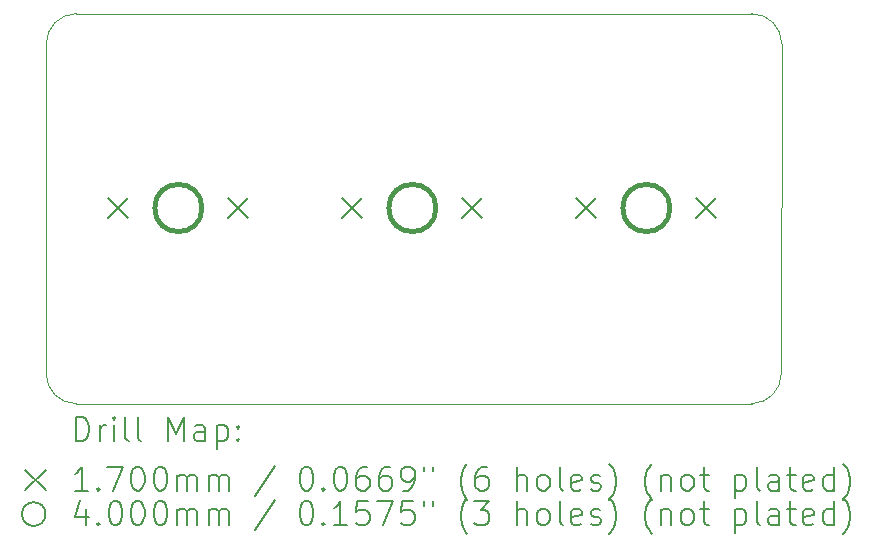
<source format=gbr>
%FSLAX45Y45*%
G04 Gerber Fmt 4.5, Leading zero omitted, Abs format (unit mm)*
G04 Created by KiCad (PCBNEW (6.0.4-0)) date 2022-04-04 21:56:59*
%MOMM*%
%LPD*%
G01*
G04 APERTURE LIST*
%TA.AperFunction,Profile*%
%ADD10C,0.100000*%
%TD*%
%ADD11C,0.200000*%
%ADD12C,0.170000*%
%ADD13C,0.400000*%
G04 APERTURE END LIST*
D10*
X4443400Y-13335000D02*
X4445000Y-10541000D01*
X4697400Y-10287005D02*
G75*
G03*
X4445000Y-10541000I1600J-253995D01*
G01*
X10417200Y-10287000D02*
X4697400Y-10287000D01*
X4443400Y-13335000D02*
G75*
G03*
X4697400Y-13589000I254000J0D01*
G01*
X10671200Y-10541000D02*
G75*
G03*
X10417200Y-10287000I-254000J0D01*
G01*
X10417200Y-13589000D02*
G75*
G03*
X10668000Y-13335000I-3220J254000D01*
G01*
X10417200Y-13589000D02*
X4697400Y-13589000D01*
X10668000Y-13335000D02*
X10671200Y-10541000D01*
D11*
D12*
X4969600Y-11847600D02*
X5139600Y-12017600D01*
X5139600Y-11847600D02*
X4969600Y-12017600D01*
X5985600Y-11847600D02*
X6155600Y-12017600D01*
X6155600Y-11847600D02*
X5985600Y-12017600D01*
X6950800Y-11847600D02*
X7120800Y-12017600D01*
X7120800Y-11847600D02*
X6950800Y-12017600D01*
X7966800Y-11847600D02*
X8136800Y-12017600D01*
X8136800Y-11847600D02*
X7966800Y-12017600D01*
X8932000Y-11847600D02*
X9102000Y-12017600D01*
X9102000Y-11847600D02*
X8932000Y-12017600D01*
X9948000Y-11847600D02*
X10118000Y-12017600D01*
X10118000Y-11847600D02*
X9948000Y-12017600D01*
D13*
X5762600Y-11932600D02*
G75*
G03*
X5762600Y-11932600I-200000J0D01*
G01*
X7743800Y-11932600D02*
G75*
G03*
X7743800Y-11932600I-200000J0D01*
G01*
X9725000Y-11932600D02*
G75*
G03*
X9725000Y-11932600I-200000J0D01*
G01*
D11*
X4696019Y-13904476D02*
X4696019Y-13704476D01*
X4743638Y-13704476D01*
X4772210Y-13714000D01*
X4791257Y-13733048D01*
X4800781Y-13752095D01*
X4810305Y-13790190D01*
X4810305Y-13818762D01*
X4800781Y-13856857D01*
X4791257Y-13875905D01*
X4772210Y-13894952D01*
X4743638Y-13904476D01*
X4696019Y-13904476D01*
X4896019Y-13904476D02*
X4896019Y-13771143D01*
X4896019Y-13809238D02*
X4905543Y-13790190D01*
X4915067Y-13780667D01*
X4934114Y-13771143D01*
X4953162Y-13771143D01*
X5019829Y-13904476D02*
X5019829Y-13771143D01*
X5019829Y-13704476D02*
X5010305Y-13714000D01*
X5019829Y-13723524D01*
X5029352Y-13714000D01*
X5019829Y-13704476D01*
X5019829Y-13723524D01*
X5143638Y-13904476D02*
X5124590Y-13894952D01*
X5115067Y-13875905D01*
X5115067Y-13704476D01*
X5248400Y-13904476D02*
X5229352Y-13894952D01*
X5219829Y-13875905D01*
X5219829Y-13704476D01*
X5476971Y-13904476D02*
X5476971Y-13704476D01*
X5543638Y-13847333D01*
X5610305Y-13704476D01*
X5610305Y-13904476D01*
X5791257Y-13904476D02*
X5791257Y-13799714D01*
X5781733Y-13780667D01*
X5762686Y-13771143D01*
X5724590Y-13771143D01*
X5705543Y-13780667D01*
X5791257Y-13894952D02*
X5772209Y-13904476D01*
X5724590Y-13904476D01*
X5705543Y-13894952D01*
X5696019Y-13875905D01*
X5696019Y-13856857D01*
X5705543Y-13837809D01*
X5724590Y-13828286D01*
X5772209Y-13828286D01*
X5791257Y-13818762D01*
X5886495Y-13771143D02*
X5886495Y-13971143D01*
X5886495Y-13780667D02*
X5905543Y-13771143D01*
X5943638Y-13771143D01*
X5962686Y-13780667D01*
X5972209Y-13790190D01*
X5981733Y-13809238D01*
X5981733Y-13866381D01*
X5972209Y-13885428D01*
X5962686Y-13894952D01*
X5943638Y-13904476D01*
X5905543Y-13904476D01*
X5886495Y-13894952D01*
X6067448Y-13885428D02*
X6076971Y-13894952D01*
X6067448Y-13904476D01*
X6057924Y-13894952D01*
X6067448Y-13885428D01*
X6067448Y-13904476D01*
X6067448Y-13780667D02*
X6076971Y-13790190D01*
X6067448Y-13799714D01*
X6057924Y-13790190D01*
X6067448Y-13780667D01*
X6067448Y-13799714D01*
D12*
X4268400Y-14149000D02*
X4438400Y-14319000D01*
X4438400Y-14149000D02*
X4268400Y-14319000D01*
D11*
X4800781Y-14324476D02*
X4686495Y-14324476D01*
X4743638Y-14324476D02*
X4743638Y-14124476D01*
X4724590Y-14153048D01*
X4705543Y-14172095D01*
X4686495Y-14181619D01*
X4886495Y-14305428D02*
X4896019Y-14314952D01*
X4886495Y-14324476D01*
X4876971Y-14314952D01*
X4886495Y-14305428D01*
X4886495Y-14324476D01*
X4962686Y-14124476D02*
X5096019Y-14124476D01*
X5010305Y-14324476D01*
X5210305Y-14124476D02*
X5229352Y-14124476D01*
X5248400Y-14134000D01*
X5257924Y-14143524D01*
X5267448Y-14162571D01*
X5276971Y-14200667D01*
X5276971Y-14248286D01*
X5267448Y-14286381D01*
X5257924Y-14305428D01*
X5248400Y-14314952D01*
X5229352Y-14324476D01*
X5210305Y-14324476D01*
X5191257Y-14314952D01*
X5181733Y-14305428D01*
X5172210Y-14286381D01*
X5162686Y-14248286D01*
X5162686Y-14200667D01*
X5172210Y-14162571D01*
X5181733Y-14143524D01*
X5191257Y-14134000D01*
X5210305Y-14124476D01*
X5400781Y-14124476D02*
X5419829Y-14124476D01*
X5438876Y-14134000D01*
X5448400Y-14143524D01*
X5457924Y-14162571D01*
X5467448Y-14200667D01*
X5467448Y-14248286D01*
X5457924Y-14286381D01*
X5448400Y-14305428D01*
X5438876Y-14314952D01*
X5419829Y-14324476D01*
X5400781Y-14324476D01*
X5381733Y-14314952D01*
X5372210Y-14305428D01*
X5362686Y-14286381D01*
X5353162Y-14248286D01*
X5353162Y-14200667D01*
X5362686Y-14162571D01*
X5372210Y-14143524D01*
X5381733Y-14134000D01*
X5400781Y-14124476D01*
X5553162Y-14324476D02*
X5553162Y-14191143D01*
X5553162Y-14210190D02*
X5562686Y-14200667D01*
X5581733Y-14191143D01*
X5610305Y-14191143D01*
X5629352Y-14200667D01*
X5638876Y-14219714D01*
X5638876Y-14324476D01*
X5638876Y-14219714D02*
X5648400Y-14200667D01*
X5667448Y-14191143D01*
X5696019Y-14191143D01*
X5715067Y-14200667D01*
X5724590Y-14219714D01*
X5724590Y-14324476D01*
X5819828Y-14324476D02*
X5819828Y-14191143D01*
X5819828Y-14210190D02*
X5829352Y-14200667D01*
X5848400Y-14191143D01*
X5876971Y-14191143D01*
X5896019Y-14200667D01*
X5905543Y-14219714D01*
X5905543Y-14324476D01*
X5905543Y-14219714D02*
X5915067Y-14200667D01*
X5934114Y-14191143D01*
X5962686Y-14191143D01*
X5981733Y-14200667D01*
X5991257Y-14219714D01*
X5991257Y-14324476D01*
X6381733Y-14114952D02*
X6210305Y-14372095D01*
X6638876Y-14124476D02*
X6657924Y-14124476D01*
X6676971Y-14134000D01*
X6686495Y-14143524D01*
X6696019Y-14162571D01*
X6705543Y-14200667D01*
X6705543Y-14248286D01*
X6696019Y-14286381D01*
X6686495Y-14305428D01*
X6676971Y-14314952D01*
X6657924Y-14324476D01*
X6638876Y-14324476D01*
X6619828Y-14314952D01*
X6610305Y-14305428D01*
X6600781Y-14286381D01*
X6591257Y-14248286D01*
X6591257Y-14200667D01*
X6600781Y-14162571D01*
X6610305Y-14143524D01*
X6619828Y-14134000D01*
X6638876Y-14124476D01*
X6791257Y-14305428D02*
X6800781Y-14314952D01*
X6791257Y-14324476D01*
X6781733Y-14314952D01*
X6791257Y-14305428D01*
X6791257Y-14324476D01*
X6924590Y-14124476D02*
X6943638Y-14124476D01*
X6962686Y-14134000D01*
X6972209Y-14143524D01*
X6981733Y-14162571D01*
X6991257Y-14200667D01*
X6991257Y-14248286D01*
X6981733Y-14286381D01*
X6972209Y-14305428D01*
X6962686Y-14314952D01*
X6943638Y-14324476D01*
X6924590Y-14324476D01*
X6905543Y-14314952D01*
X6896019Y-14305428D01*
X6886495Y-14286381D01*
X6876971Y-14248286D01*
X6876971Y-14200667D01*
X6886495Y-14162571D01*
X6896019Y-14143524D01*
X6905543Y-14134000D01*
X6924590Y-14124476D01*
X7162686Y-14124476D02*
X7124590Y-14124476D01*
X7105543Y-14134000D01*
X7096019Y-14143524D01*
X7076971Y-14172095D01*
X7067448Y-14210190D01*
X7067448Y-14286381D01*
X7076971Y-14305428D01*
X7086495Y-14314952D01*
X7105543Y-14324476D01*
X7143638Y-14324476D01*
X7162686Y-14314952D01*
X7172209Y-14305428D01*
X7181733Y-14286381D01*
X7181733Y-14238762D01*
X7172209Y-14219714D01*
X7162686Y-14210190D01*
X7143638Y-14200667D01*
X7105543Y-14200667D01*
X7086495Y-14210190D01*
X7076971Y-14219714D01*
X7067448Y-14238762D01*
X7353162Y-14124476D02*
X7315067Y-14124476D01*
X7296019Y-14134000D01*
X7286495Y-14143524D01*
X7267448Y-14172095D01*
X7257924Y-14210190D01*
X7257924Y-14286381D01*
X7267448Y-14305428D01*
X7276971Y-14314952D01*
X7296019Y-14324476D01*
X7334114Y-14324476D01*
X7353162Y-14314952D01*
X7362686Y-14305428D01*
X7372209Y-14286381D01*
X7372209Y-14238762D01*
X7362686Y-14219714D01*
X7353162Y-14210190D01*
X7334114Y-14200667D01*
X7296019Y-14200667D01*
X7276971Y-14210190D01*
X7267448Y-14219714D01*
X7257924Y-14238762D01*
X7467448Y-14324476D02*
X7505543Y-14324476D01*
X7524590Y-14314952D01*
X7534114Y-14305428D01*
X7553162Y-14276857D01*
X7562686Y-14238762D01*
X7562686Y-14162571D01*
X7553162Y-14143524D01*
X7543638Y-14134000D01*
X7524590Y-14124476D01*
X7486495Y-14124476D01*
X7467448Y-14134000D01*
X7457924Y-14143524D01*
X7448400Y-14162571D01*
X7448400Y-14210190D01*
X7457924Y-14229238D01*
X7467448Y-14238762D01*
X7486495Y-14248286D01*
X7524590Y-14248286D01*
X7543638Y-14238762D01*
X7553162Y-14229238D01*
X7562686Y-14210190D01*
X7638876Y-14124476D02*
X7638876Y-14162571D01*
X7715067Y-14124476D02*
X7715067Y-14162571D01*
X8010305Y-14400667D02*
X8000781Y-14391143D01*
X7981733Y-14362571D01*
X7972209Y-14343524D01*
X7962686Y-14314952D01*
X7953162Y-14267333D01*
X7953162Y-14229238D01*
X7962686Y-14181619D01*
X7972209Y-14153048D01*
X7981733Y-14134000D01*
X8000781Y-14105428D01*
X8010305Y-14095905D01*
X8172209Y-14124476D02*
X8134114Y-14124476D01*
X8115067Y-14134000D01*
X8105543Y-14143524D01*
X8086495Y-14172095D01*
X8076971Y-14210190D01*
X8076971Y-14286381D01*
X8086495Y-14305428D01*
X8096019Y-14314952D01*
X8115067Y-14324476D01*
X8153162Y-14324476D01*
X8172209Y-14314952D01*
X8181733Y-14305428D01*
X8191257Y-14286381D01*
X8191257Y-14238762D01*
X8181733Y-14219714D01*
X8172209Y-14210190D01*
X8153162Y-14200667D01*
X8115067Y-14200667D01*
X8096019Y-14210190D01*
X8086495Y-14219714D01*
X8076971Y-14238762D01*
X8429352Y-14324476D02*
X8429352Y-14124476D01*
X8515067Y-14324476D02*
X8515067Y-14219714D01*
X8505543Y-14200667D01*
X8486495Y-14191143D01*
X8457924Y-14191143D01*
X8438876Y-14200667D01*
X8429352Y-14210190D01*
X8638876Y-14324476D02*
X8619829Y-14314952D01*
X8610305Y-14305428D01*
X8600781Y-14286381D01*
X8600781Y-14229238D01*
X8610305Y-14210190D01*
X8619829Y-14200667D01*
X8638876Y-14191143D01*
X8667448Y-14191143D01*
X8686495Y-14200667D01*
X8696019Y-14210190D01*
X8705543Y-14229238D01*
X8705543Y-14286381D01*
X8696019Y-14305428D01*
X8686495Y-14314952D01*
X8667448Y-14324476D01*
X8638876Y-14324476D01*
X8819829Y-14324476D02*
X8800781Y-14314952D01*
X8791257Y-14295905D01*
X8791257Y-14124476D01*
X8972210Y-14314952D02*
X8953162Y-14324476D01*
X8915067Y-14324476D01*
X8896019Y-14314952D01*
X8886495Y-14295905D01*
X8886495Y-14219714D01*
X8896019Y-14200667D01*
X8915067Y-14191143D01*
X8953162Y-14191143D01*
X8972210Y-14200667D01*
X8981733Y-14219714D01*
X8981733Y-14238762D01*
X8886495Y-14257809D01*
X9057924Y-14314952D02*
X9076971Y-14324476D01*
X9115067Y-14324476D01*
X9134114Y-14314952D01*
X9143638Y-14295905D01*
X9143638Y-14286381D01*
X9134114Y-14267333D01*
X9115067Y-14257809D01*
X9086495Y-14257809D01*
X9067448Y-14248286D01*
X9057924Y-14229238D01*
X9057924Y-14219714D01*
X9067448Y-14200667D01*
X9086495Y-14191143D01*
X9115067Y-14191143D01*
X9134114Y-14200667D01*
X9210305Y-14400667D02*
X9219829Y-14391143D01*
X9238876Y-14362571D01*
X9248400Y-14343524D01*
X9257924Y-14314952D01*
X9267448Y-14267333D01*
X9267448Y-14229238D01*
X9257924Y-14181619D01*
X9248400Y-14153048D01*
X9238876Y-14134000D01*
X9219829Y-14105428D01*
X9210305Y-14095905D01*
X9572210Y-14400667D02*
X9562686Y-14391143D01*
X9543638Y-14362571D01*
X9534114Y-14343524D01*
X9524590Y-14314952D01*
X9515067Y-14267333D01*
X9515067Y-14229238D01*
X9524590Y-14181619D01*
X9534114Y-14153048D01*
X9543638Y-14134000D01*
X9562686Y-14105428D01*
X9572210Y-14095905D01*
X9648400Y-14191143D02*
X9648400Y-14324476D01*
X9648400Y-14210190D02*
X9657924Y-14200667D01*
X9676971Y-14191143D01*
X9705543Y-14191143D01*
X9724590Y-14200667D01*
X9734114Y-14219714D01*
X9734114Y-14324476D01*
X9857924Y-14324476D02*
X9838876Y-14314952D01*
X9829352Y-14305428D01*
X9819829Y-14286381D01*
X9819829Y-14229238D01*
X9829352Y-14210190D01*
X9838876Y-14200667D01*
X9857924Y-14191143D01*
X9886495Y-14191143D01*
X9905543Y-14200667D01*
X9915067Y-14210190D01*
X9924590Y-14229238D01*
X9924590Y-14286381D01*
X9915067Y-14305428D01*
X9905543Y-14314952D01*
X9886495Y-14324476D01*
X9857924Y-14324476D01*
X9981733Y-14191143D02*
X10057924Y-14191143D01*
X10010305Y-14124476D02*
X10010305Y-14295905D01*
X10019829Y-14314952D01*
X10038876Y-14324476D01*
X10057924Y-14324476D01*
X10276971Y-14191143D02*
X10276971Y-14391143D01*
X10276971Y-14200667D02*
X10296019Y-14191143D01*
X10334114Y-14191143D01*
X10353162Y-14200667D01*
X10362686Y-14210190D01*
X10372210Y-14229238D01*
X10372210Y-14286381D01*
X10362686Y-14305428D01*
X10353162Y-14314952D01*
X10334114Y-14324476D01*
X10296019Y-14324476D01*
X10276971Y-14314952D01*
X10486495Y-14324476D02*
X10467448Y-14314952D01*
X10457924Y-14295905D01*
X10457924Y-14124476D01*
X10648400Y-14324476D02*
X10648400Y-14219714D01*
X10638876Y-14200667D01*
X10619829Y-14191143D01*
X10581733Y-14191143D01*
X10562686Y-14200667D01*
X10648400Y-14314952D02*
X10629352Y-14324476D01*
X10581733Y-14324476D01*
X10562686Y-14314952D01*
X10553162Y-14295905D01*
X10553162Y-14276857D01*
X10562686Y-14257809D01*
X10581733Y-14248286D01*
X10629352Y-14248286D01*
X10648400Y-14238762D01*
X10715067Y-14191143D02*
X10791257Y-14191143D01*
X10743638Y-14124476D02*
X10743638Y-14295905D01*
X10753162Y-14314952D01*
X10772210Y-14324476D01*
X10791257Y-14324476D01*
X10934114Y-14314952D02*
X10915067Y-14324476D01*
X10876971Y-14324476D01*
X10857924Y-14314952D01*
X10848400Y-14295905D01*
X10848400Y-14219714D01*
X10857924Y-14200667D01*
X10876971Y-14191143D01*
X10915067Y-14191143D01*
X10934114Y-14200667D01*
X10943638Y-14219714D01*
X10943638Y-14238762D01*
X10848400Y-14257809D01*
X11115067Y-14324476D02*
X11115067Y-14124476D01*
X11115067Y-14314952D02*
X11096019Y-14324476D01*
X11057924Y-14324476D01*
X11038876Y-14314952D01*
X11029352Y-14305428D01*
X11019829Y-14286381D01*
X11019829Y-14229238D01*
X11029352Y-14210190D01*
X11038876Y-14200667D01*
X11057924Y-14191143D01*
X11096019Y-14191143D01*
X11115067Y-14200667D01*
X11191257Y-14400667D02*
X11200781Y-14391143D01*
X11219828Y-14362571D01*
X11229352Y-14343524D01*
X11238876Y-14314952D01*
X11248400Y-14267333D01*
X11248400Y-14229238D01*
X11238876Y-14181619D01*
X11229352Y-14153048D01*
X11219828Y-14134000D01*
X11200781Y-14105428D01*
X11191257Y-14095905D01*
X4438400Y-14524000D02*
G75*
G03*
X4438400Y-14524000I-100000J0D01*
G01*
X4781733Y-14481143D02*
X4781733Y-14614476D01*
X4734114Y-14404952D02*
X4686495Y-14547809D01*
X4810305Y-14547809D01*
X4886495Y-14595428D02*
X4896019Y-14604952D01*
X4886495Y-14614476D01*
X4876971Y-14604952D01*
X4886495Y-14595428D01*
X4886495Y-14614476D01*
X5019829Y-14414476D02*
X5038876Y-14414476D01*
X5057924Y-14424000D01*
X5067448Y-14433524D01*
X5076971Y-14452571D01*
X5086495Y-14490667D01*
X5086495Y-14538286D01*
X5076971Y-14576381D01*
X5067448Y-14595428D01*
X5057924Y-14604952D01*
X5038876Y-14614476D01*
X5019829Y-14614476D01*
X5000781Y-14604952D01*
X4991257Y-14595428D01*
X4981733Y-14576381D01*
X4972210Y-14538286D01*
X4972210Y-14490667D01*
X4981733Y-14452571D01*
X4991257Y-14433524D01*
X5000781Y-14424000D01*
X5019829Y-14414476D01*
X5210305Y-14414476D02*
X5229352Y-14414476D01*
X5248400Y-14424000D01*
X5257924Y-14433524D01*
X5267448Y-14452571D01*
X5276971Y-14490667D01*
X5276971Y-14538286D01*
X5267448Y-14576381D01*
X5257924Y-14595428D01*
X5248400Y-14604952D01*
X5229352Y-14614476D01*
X5210305Y-14614476D01*
X5191257Y-14604952D01*
X5181733Y-14595428D01*
X5172210Y-14576381D01*
X5162686Y-14538286D01*
X5162686Y-14490667D01*
X5172210Y-14452571D01*
X5181733Y-14433524D01*
X5191257Y-14424000D01*
X5210305Y-14414476D01*
X5400781Y-14414476D02*
X5419829Y-14414476D01*
X5438876Y-14424000D01*
X5448400Y-14433524D01*
X5457924Y-14452571D01*
X5467448Y-14490667D01*
X5467448Y-14538286D01*
X5457924Y-14576381D01*
X5448400Y-14595428D01*
X5438876Y-14604952D01*
X5419829Y-14614476D01*
X5400781Y-14614476D01*
X5381733Y-14604952D01*
X5372210Y-14595428D01*
X5362686Y-14576381D01*
X5353162Y-14538286D01*
X5353162Y-14490667D01*
X5362686Y-14452571D01*
X5372210Y-14433524D01*
X5381733Y-14424000D01*
X5400781Y-14414476D01*
X5553162Y-14614476D02*
X5553162Y-14481143D01*
X5553162Y-14500190D02*
X5562686Y-14490667D01*
X5581733Y-14481143D01*
X5610305Y-14481143D01*
X5629352Y-14490667D01*
X5638876Y-14509714D01*
X5638876Y-14614476D01*
X5638876Y-14509714D02*
X5648400Y-14490667D01*
X5667448Y-14481143D01*
X5696019Y-14481143D01*
X5715067Y-14490667D01*
X5724590Y-14509714D01*
X5724590Y-14614476D01*
X5819828Y-14614476D02*
X5819828Y-14481143D01*
X5819828Y-14500190D02*
X5829352Y-14490667D01*
X5848400Y-14481143D01*
X5876971Y-14481143D01*
X5896019Y-14490667D01*
X5905543Y-14509714D01*
X5905543Y-14614476D01*
X5905543Y-14509714D02*
X5915067Y-14490667D01*
X5934114Y-14481143D01*
X5962686Y-14481143D01*
X5981733Y-14490667D01*
X5991257Y-14509714D01*
X5991257Y-14614476D01*
X6381733Y-14404952D02*
X6210305Y-14662095D01*
X6638876Y-14414476D02*
X6657924Y-14414476D01*
X6676971Y-14424000D01*
X6686495Y-14433524D01*
X6696019Y-14452571D01*
X6705543Y-14490667D01*
X6705543Y-14538286D01*
X6696019Y-14576381D01*
X6686495Y-14595428D01*
X6676971Y-14604952D01*
X6657924Y-14614476D01*
X6638876Y-14614476D01*
X6619828Y-14604952D01*
X6610305Y-14595428D01*
X6600781Y-14576381D01*
X6591257Y-14538286D01*
X6591257Y-14490667D01*
X6600781Y-14452571D01*
X6610305Y-14433524D01*
X6619828Y-14424000D01*
X6638876Y-14414476D01*
X6791257Y-14595428D02*
X6800781Y-14604952D01*
X6791257Y-14614476D01*
X6781733Y-14604952D01*
X6791257Y-14595428D01*
X6791257Y-14614476D01*
X6991257Y-14614476D02*
X6876971Y-14614476D01*
X6934114Y-14614476D02*
X6934114Y-14414476D01*
X6915067Y-14443048D01*
X6896019Y-14462095D01*
X6876971Y-14471619D01*
X7172209Y-14414476D02*
X7076971Y-14414476D01*
X7067448Y-14509714D01*
X7076971Y-14500190D01*
X7096019Y-14490667D01*
X7143638Y-14490667D01*
X7162686Y-14500190D01*
X7172209Y-14509714D01*
X7181733Y-14528762D01*
X7181733Y-14576381D01*
X7172209Y-14595428D01*
X7162686Y-14604952D01*
X7143638Y-14614476D01*
X7096019Y-14614476D01*
X7076971Y-14604952D01*
X7067448Y-14595428D01*
X7248400Y-14414476D02*
X7381733Y-14414476D01*
X7296019Y-14614476D01*
X7553162Y-14414476D02*
X7457924Y-14414476D01*
X7448400Y-14509714D01*
X7457924Y-14500190D01*
X7476971Y-14490667D01*
X7524590Y-14490667D01*
X7543638Y-14500190D01*
X7553162Y-14509714D01*
X7562686Y-14528762D01*
X7562686Y-14576381D01*
X7553162Y-14595428D01*
X7543638Y-14604952D01*
X7524590Y-14614476D01*
X7476971Y-14614476D01*
X7457924Y-14604952D01*
X7448400Y-14595428D01*
X7638876Y-14414476D02*
X7638876Y-14452571D01*
X7715067Y-14414476D02*
X7715067Y-14452571D01*
X8010305Y-14690667D02*
X8000781Y-14681143D01*
X7981733Y-14652571D01*
X7972209Y-14633524D01*
X7962686Y-14604952D01*
X7953162Y-14557333D01*
X7953162Y-14519238D01*
X7962686Y-14471619D01*
X7972209Y-14443048D01*
X7981733Y-14424000D01*
X8000781Y-14395428D01*
X8010305Y-14385905D01*
X8067448Y-14414476D02*
X8191257Y-14414476D01*
X8124590Y-14490667D01*
X8153162Y-14490667D01*
X8172209Y-14500190D01*
X8181733Y-14509714D01*
X8191257Y-14528762D01*
X8191257Y-14576381D01*
X8181733Y-14595428D01*
X8172209Y-14604952D01*
X8153162Y-14614476D01*
X8096019Y-14614476D01*
X8076971Y-14604952D01*
X8067448Y-14595428D01*
X8429352Y-14614476D02*
X8429352Y-14414476D01*
X8515067Y-14614476D02*
X8515067Y-14509714D01*
X8505543Y-14490667D01*
X8486495Y-14481143D01*
X8457924Y-14481143D01*
X8438876Y-14490667D01*
X8429352Y-14500190D01*
X8638876Y-14614476D02*
X8619829Y-14604952D01*
X8610305Y-14595428D01*
X8600781Y-14576381D01*
X8600781Y-14519238D01*
X8610305Y-14500190D01*
X8619829Y-14490667D01*
X8638876Y-14481143D01*
X8667448Y-14481143D01*
X8686495Y-14490667D01*
X8696019Y-14500190D01*
X8705543Y-14519238D01*
X8705543Y-14576381D01*
X8696019Y-14595428D01*
X8686495Y-14604952D01*
X8667448Y-14614476D01*
X8638876Y-14614476D01*
X8819829Y-14614476D02*
X8800781Y-14604952D01*
X8791257Y-14585905D01*
X8791257Y-14414476D01*
X8972210Y-14604952D02*
X8953162Y-14614476D01*
X8915067Y-14614476D01*
X8896019Y-14604952D01*
X8886495Y-14585905D01*
X8886495Y-14509714D01*
X8896019Y-14490667D01*
X8915067Y-14481143D01*
X8953162Y-14481143D01*
X8972210Y-14490667D01*
X8981733Y-14509714D01*
X8981733Y-14528762D01*
X8886495Y-14547809D01*
X9057924Y-14604952D02*
X9076971Y-14614476D01*
X9115067Y-14614476D01*
X9134114Y-14604952D01*
X9143638Y-14585905D01*
X9143638Y-14576381D01*
X9134114Y-14557333D01*
X9115067Y-14547809D01*
X9086495Y-14547809D01*
X9067448Y-14538286D01*
X9057924Y-14519238D01*
X9057924Y-14509714D01*
X9067448Y-14490667D01*
X9086495Y-14481143D01*
X9115067Y-14481143D01*
X9134114Y-14490667D01*
X9210305Y-14690667D02*
X9219829Y-14681143D01*
X9238876Y-14652571D01*
X9248400Y-14633524D01*
X9257924Y-14604952D01*
X9267448Y-14557333D01*
X9267448Y-14519238D01*
X9257924Y-14471619D01*
X9248400Y-14443048D01*
X9238876Y-14424000D01*
X9219829Y-14395428D01*
X9210305Y-14385905D01*
X9572210Y-14690667D02*
X9562686Y-14681143D01*
X9543638Y-14652571D01*
X9534114Y-14633524D01*
X9524590Y-14604952D01*
X9515067Y-14557333D01*
X9515067Y-14519238D01*
X9524590Y-14471619D01*
X9534114Y-14443048D01*
X9543638Y-14424000D01*
X9562686Y-14395428D01*
X9572210Y-14385905D01*
X9648400Y-14481143D02*
X9648400Y-14614476D01*
X9648400Y-14500190D02*
X9657924Y-14490667D01*
X9676971Y-14481143D01*
X9705543Y-14481143D01*
X9724590Y-14490667D01*
X9734114Y-14509714D01*
X9734114Y-14614476D01*
X9857924Y-14614476D02*
X9838876Y-14604952D01*
X9829352Y-14595428D01*
X9819829Y-14576381D01*
X9819829Y-14519238D01*
X9829352Y-14500190D01*
X9838876Y-14490667D01*
X9857924Y-14481143D01*
X9886495Y-14481143D01*
X9905543Y-14490667D01*
X9915067Y-14500190D01*
X9924590Y-14519238D01*
X9924590Y-14576381D01*
X9915067Y-14595428D01*
X9905543Y-14604952D01*
X9886495Y-14614476D01*
X9857924Y-14614476D01*
X9981733Y-14481143D02*
X10057924Y-14481143D01*
X10010305Y-14414476D02*
X10010305Y-14585905D01*
X10019829Y-14604952D01*
X10038876Y-14614476D01*
X10057924Y-14614476D01*
X10276971Y-14481143D02*
X10276971Y-14681143D01*
X10276971Y-14490667D02*
X10296019Y-14481143D01*
X10334114Y-14481143D01*
X10353162Y-14490667D01*
X10362686Y-14500190D01*
X10372210Y-14519238D01*
X10372210Y-14576381D01*
X10362686Y-14595428D01*
X10353162Y-14604952D01*
X10334114Y-14614476D01*
X10296019Y-14614476D01*
X10276971Y-14604952D01*
X10486495Y-14614476D02*
X10467448Y-14604952D01*
X10457924Y-14585905D01*
X10457924Y-14414476D01*
X10648400Y-14614476D02*
X10648400Y-14509714D01*
X10638876Y-14490667D01*
X10619829Y-14481143D01*
X10581733Y-14481143D01*
X10562686Y-14490667D01*
X10648400Y-14604952D02*
X10629352Y-14614476D01*
X10581733Y-14614476D01*
X10562686Y-14604952D01*
X10553162Y-14585905D01*
X10553162Y-14566857D01*
X10562686Y-14547809D01*
X10581733Y-14538286D01*
X10629352Y-14538286D01*
X10648400Y-14528762D01*
X10715067Y-14481143D02*
X10791257Y-14481143D01*
X10743638Y-14414476D02*
X10743638Y-14585905D01*
X10753162Y-14604952D01*
X10772210Y-14614476D01*
X10791257Y-14614476D01*
X10934114Y-14604952D02*
X10915067Y-14614476D01*
X10876971Y-14614476D01*
X10857924Y-14604952D01*
X10848400Y-14585905D01*
X10848400Y-14509714D01*
X10857924Y-14490667D01*
X10876971Y-14481143D01*
X10915067Y-14481143D01*
X10934114Y-14490667D01*
X10943638Y-14509714D01*
X10943638Y-14528762D01*
X10848400Y-14547809D01*
X11115067Y-14614476D02*
X11115067Y-14414476D01*
X11115067Y-14604952D02*
X11096019Y-14614476D01*
X11057924Y-14614476D01*
X11038876Y-14604952D01*
X11029352Y-14595428D01*
X11019829Y-14576381D01*
X11019829Y-14519238D01*
X11029352Y-14500190D01*
X11038876Y-14490667D01*
X11057924Y-14481143D01*
X11096019Y-14481143D01*
X11115067Y-14490667D01*
X11191257Y-14690667D02*
X11200781Y-14681143D01*
X11219828Y-14652571D01*
X11229352Y-14633524D01*
X11238876Y-14604952D01*
X11248400Y-14557333D01*
X11248400Y-14519238D01*
X11238876Y-14471619D01*
X11229352Y-14443048D01*
X11219828Y-14424000D01*
X11200781Y-14395428D01*
X11191257Y-14385905D01*
M02*

</source>
